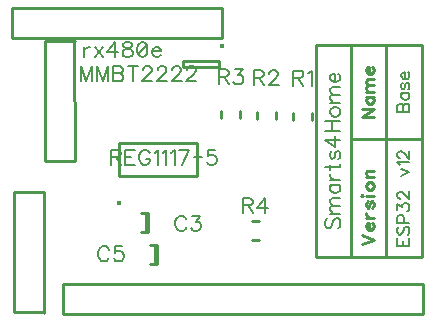
<source format=gbr>
G04 DipTrace 3.3.1.3*
G04 TopSilk.gbr*
%MOMM*%
G04 #@! TF.FileFunction,Legend,Top*
G04 #@! TF.Part,Single*
%ADD10C,0.25*%
%ADD22O,0.39127X0.39172*%
%ADD25O,0.39124X0.39194*%
%ADD52C,0.19608*%
%ADD53C,0.22222*%
%ADD54C,0.15686*%
%FSLAX35Y35*%
G04*
G71*
G90*
G75*
G01*
G04 TopSilk*
%LPD*%
X1186460Y853717D2*
D10*
Y693877D1*
X1205380Y853717D2*
Y693877D1*
Y853717D2*
X1145540D1*
X1205380Y693877D2*
X1145540D1*
X1265890Y582393D2*
Y422553D1*
X1284810Y582393D2*
Y422553D1*
Y582393D2*
X1224970D1*
X1284810Y422553D2*
X1224970D1*
D22*
X1829046Y2271684D3*
X1805676Y2144324D2*
D10*
X1505690D1*
Y2094323D1*
X1805676D1*
Y2144324D1*
X2131393Y1706733D2*
Y1646893D1*
X2291233Y1706733D2*
Y1646893D1*
X1824640Y1715060D2*
Y1655220D1*
X1984480Y1715060D2*
Y1655220D1*
X2085957Y623547D2*
X2145797D1*
X2085957Y783387D2*
X2145797D1*
D25*
X964007Y941453D3*
X961367Y1168147D2*
D10*
X1621335D1*
X961367Y1448146D2*
X1621335D1*
Y1168147D2*
Y1448146D1*
X961367Y1168147D2*
Y1448146D1*
X2597523Y1645183D2*
Y1705023D1*
X2437683Y1645183D2*
Y1705023D1*
X53030Y2586610D2*
Y2332610D1*
X1831030Y2586610D2*
X53030D1*
X1831030D2*
Y2332610D1*
X53030D1*
X3535723Y1583D2*
Y255583D1*
X487723Y1583D2*
X3535723D1*
X487723D2*
Y255583D1*
X679747D1*
X3535723D1*
X584493Y2310417D2*
X330493D1*
X584083Y1292013D2*
X582217Y2299977D1*
X330393Y1296053D2*
X330727Y2299977D1*
X584493Y1294767D2*
X330493D1*
X324807Y1031050D2*
X70807D1*
X324397Y12647D2*
X322530Y1020610D1*
X70707Y16687D2*
X71040Y1020610D1*
X324807Y15400D2*
X70807D1*
X2924317Y1480110D2*
X3224317D1*
Y480110D1*
X2924317D1*
Y1480110D1*
X3224317D2*
X3524317D1*
Y480110D1*
X3224317D1*
Y1480110D1*
X2924317Y2280110D2*
X3224317D1*
Y1480110D1*
X2924317D1*
Y2280110D1*
X3224317D2*
X3524317D1*
Y1480110D1*
X3224317D1*
Y2280110D1*
X2627333Y2280370D2*
X2927333D1*
Y480370D1*
X2627333D1*
Y2280370D1*
X1529517Y800874D2*
D52*
X1523481Y812947D1*
X1511267Y825160D1*
X1499194Y831197D1*
X1474907D1*
X1462694Y825160D1*
X1450621Y812947D1*
X1444444Y800874D1*
X1438407Y782624D1*
Y752160D1*
X1444444Y734050D1*
X1450621Y721837D1*
X1462694Y709764D1*
X1474907Y703587D1*
X1499194D1*
X1511267Y709764D1*
X1523481Y721837D1*
X1529517Y734050D1*
X1580946Y831056D2*
X1647629D1*
X1611269Y782483D1*
X1629519D1*
X1641592Y776447D1*
X1647629Y770410D1*
X1653806Y752160D1*
Y740087D1*
X1647629Y721837D1*
X1635556Y709624D1*
X1617306Y703587D1*
X1599056D1*
X1580946Y709624D1*
X1574910Y715800D1*
X1568733Y727874D1*
X877157Y543807D2*
X871121Y555880D1*
X858907Y568093D1*
X846834Y574130D1*
X822547D1*
X810334Y568093D1*
X798261Y555880D1*
X792084Y543807D1*
X786047Y525557D1*
Y495093D1*
X792084Y476984D1*
X798261Y464770D1*
X810334Y452697D1*
X822547Y446520D1*
X846834D1*
X858907Y452697D1*
X871121Y464770D1*
X877157Y476984D1*
X989232Y573990D2*
X928586D1*
X922550Y519380D1*
X928586Y525416D1*
X946836Y531593D1*
X964946D1*
X983196Y525416D1*
X995409Y513343D1*
X1001446Y495093D1*
Y483020D1*
X995409Y464770D1*
X983196Y452557D1*
X964946Y446520D1*
X946836D1*
X928586Y452557D1*
X922550Y458734D1*
X916373Y470807D1*
X733456Y1969495D2*
Y2097105D1*
X684883Y1969495D1*
X636310Y2097105D1*
Y1969495D1*
X869818D2*
Y2097105D1*
X821245Y1969495D1*
X772672Y2097105D1*
Y1969495D1*
X909033Y2097105D2*
Y1969495D1*
X963783D1*
X982033Y1975672D1*
X988070Y1981709D1*
X994107Y1993782D1*
Y2012032D1*
X988070Y2024245D1*
X982033Y2030282D1*
X963783Y2036318D1*
X982033Y2042495D1*
X988070Y2048532D1*
X994107Y2060605D1*
Y2072818D1*
X988070Y2084891D1*
X982033Y2091068D1*
X963783Y2097105D1*
X909033D1*
Y2036318D2*
X963783D1*
X1075859Y2097105D2*
Y1969495D1*
X1033322Y2097105D2*
X1118395D1*
X1163788Y2066641D2*
Y2072678D1*
X1169824Y2084891D1*
X1175861Y2090928D1*
X1188074Y2096965D1*
X1212361D1*
X1224434Y2090928D1*
X1230471Y2084891D1*
X1236648Y2072678D1*
Y2060605D1*
X1230471Y2048391D1*
X1218398Y2030282D1*
X1157611Y1969495D1*
X1242684D1*
X1288077Y2066641D2*
Y2072678D1*
X1294113Y2084891D1*
X1300150Y2090928D1*
X1312363Y2096965D1*
X1336650D1*
X1348723Y2090928D1*
X1354759Y2084891D1*
X1360936Y2072678D1*
Y2060605D1*
X1354759Y2048391D1*
X1342686Y2030282D1*
X1281900Y1969495D1*
X1366973D1*
X1412365Y2066641D2*
Y2072678D1*
X1418402Y2084891D1*
X1424439Y2090928D1*
X1436652Y2096965D1*
X1460939D1*
X1473012Y2090928D1*
X1479048Y2084891D1*
X1485225Y2072678D1*
Y2060605D1*
X1479048Y2048391D1*
X1466975Y2030282D1*
X1406189Y1969495D1*
X1491262D1*
X1536654Y2066641D2*
Y2072678D1*
X1542691Y2084891D1*
X1548727Y2090928D1*
X1560941Y2096965D1*
X1585227D1*
X1597300Y2090928D1*
X1603337Y2084891D1*
X1609514Y2072678D1*
Y2060605D1*
X1603337Y2048391D1*
X1591264Y2030282D1*
X1530477Y1969495D1*
X1615550D1*
X2102166Y2001593D2*
X2156775D1*
X2175025Y2007770D1*
X2181202Y2013807D1*
X2187239Y2025880D1*
Y2038093D1*
X2181202Y2050166D1*
X2175025Y2056343D1*
X2156775Y2062380D1*
X2102166D1*
Y1934770D1*
X2144702Y2001593D2*
X2187239Y1934770D1*
X2232631Y2031916D2*
Y2037953D1*
X2238668Y2050166D1*
X2244705Y2056203D1*
X2256918Y2062240D1*
X2281205D1*
X2293278Y2056203D1*
X2299314Y2050166D1*
X2305491Y2037953D1*
Y2025880D1*
X2299314Y2013666D1*
X2287241Y1995557D1*
X2226455Y1934770D1*
X2311528D1*
X1804916Y2009920D2*
X1859525D1*
X1877775Y2016097D1*
X1883952Y2022134D1*
X1889989Y2034207D1*
Y2046420D1*
X1883952Y2058493D1*
X1877775Y2064670D1*
X1859525Y2070707D1*
X1804916D1*
Y1943097D1*
X1847452Y2009920D2*
X1889989Y1943097D1*
X1941418Y2070566D2*
X2008101D1*
X1971741Y2021993D1*
X1989991D1*
X2002064Y2015957D1*
X2008101Y2009920D1*
X2014278Y1991670D1*
Y1979597D1*
X2008101Y1961347D1*
X1996028Y1949134D1*
X1977778Y1943097D1*
X1959528D1*
X1941418Y1949134D1*
X1935381Y1955310D1*
X1929205Y1967384D1*
X2008177Y918667D2*
X2062787D1*
X2081037Y924844D1*
X2087214Y930880D1*
X2093251Y942953D1*
Y955167D1*
X2087214Y967240D1*
X2081037Y973417D1*
X2062787Y979453D1*
X2008177D1*
Y851844D1*
X2050714Y918667D2*
X2093251Y851844D1*
X2193253D2*
Y979313D1*
X2132466Y894380D1*
X2223576D1*
X888587Y1328803D2*
X943196D1*
X961446Y1334980D1*
X967623Y1341017D1*
X973660Y1353090D1*
Y1365303D1*
X967623Y1377376D1*
X961446Y1383553D1*
X943196Y1389590D1*
X888587D1*
Y1261980D1*
X931123Y1328803D2*
X973660Y1261980D1*
X1091772Y1389590D2*
X1012876D1*
Y1261980D1*
X1091772D1*
X1012876Y1328803D2*
X1061449D1*
X1222097Y1359267D2*
X1216060Y1371340D1*
X1203847Y1383553D1*
X1191774Y1389590D1*
X1167487D1*
X1155274Y1383553D1*
X1143201Y1371340D1*
X1137024Y1359267D1*
X1130987Y1341017D1*
Y1310553D1*
X1137024Y1292444D1*
X1143201Y1280230D1*
X1155274Y1268157D1*
X1167487Y1261980D1*
X1191774D1*
X1203847Y1268157D1*
X1216060Y1280230D1*
X1222097Y1292444D1*
Y1310553D1*
X1191774D1*
X1261313Y1365163D2*
X1273526Y1371340D1*
X1291776Y1389450D1*
Y1261980D1*
X1330992Y1365163D2*
X1343205Y1371340D1*
X1361455Y1389450D1*
Y1261980D1*
X1400671Y1365163D2*
X1412884Y1371340D1*
X1431134Y1389450D1*
Y1261980D1*
X1494637D2*
X1555423Y1389450D1*
X1470350D1*
X1594639Y1325715D2*
X1664831D1*
X1776906Y1389450D2*
X1716260D1*
X1710224Y1334840D1*
X1716260Y1340876D1*
X1734510Y1347053D1*
X1752620D1*
X1770870Y1340876D1*
X1783083Y1328803D1*
X1789120Y1310553D1*
Y1298480D1*
X1783083Y1280230D1*
X1770870Y1268017D1*
X1752620Y1261980D1*
X1734510D1*
X1716260Y1268017D1*
X1710224Y1274194D1*
X1704047Y1286267D1*
X2435761Y1999883D2*
X2490370D1*
X2508620Y2006060D1*
X2514797Y2012097D1*
X2520834Y2024170D1*
Y2036383D1*
X2514797Y2048456D1*
X2508620Y2054633D1*
X2490370Y2060670D1*
X2435761D1*
Y1933060D1*
X2478297Y1999883D2*
X2520834Y1933060D1*
X2560049Y2036243D2*
X2572263Y2042420D1*
X2590513Y2060530D1*
Y1933060D1*
X667919Y2259447D2*
Y2174374D1*
Y2222947D2*
X674096Y2241197D1*
X686169Y2253410D1*
X698383Y2259447D1*
X716633D1*
X755848D2*
X822671Y2174374D1*
Y2259447D2*
X755848Y2174374D1*
X922674D2*
Y2301843D1*
X861887Y2216910D1*
X952997D1*
X1022535Y2301843D2*
X1004426Y2295806D1*
X998249Y2283733D1*
Y2271520D1*
X1004426Y2259447D1*
X1016499Y2253270D1*
X1040785Y2247233D1*
X1059035Y2241197D1*
X1071109Y2228983D1*
X1077145Y2216910D1*
Y2198660D1*
X1071109Y2186587D1*
X1065072Y2180410D1*
X1046822Y2174374D1*
X1022535D1*
X1004426Y2180410D1*
X998249Y2186587D1*
X992212Y2198660D1*
Y2216910D1*
X998249Y2228983D1*
X1010462Y2241197D1*
X1028572Y2247233D1*
X1052859Y2253270D1*
X1065072Y2259447D1*
X1071109Y2271520D1*
Y2283733D1*
X1065072Y2295806D1*
X1046822Y2301843D1*
X1022535D1*
X1152861D2*
X1134611Y2295806D1*
X1122397Y2277556D1*
X1116361Y2247233D1*
Y2228983D1*
X1122397Y2198660D1*
X1134611Y2180410D1*
X1152861Y2174374D1*
X1164934D1*
X1183184Y2180410D1*
X1195257Y2198660D1*
X1201434Y2228983D1*
Y2247233D1*
X1195257Y2277556D1*
X1183184Y2295806D1*
X1164934Y2301843D1*
X1152861D1*
X1195257Y2277556D2*
X1122397Y2198660D1*
X1240649Y2222947D2*
X1313509D1*
Y2235160D1*
X1307473Y2247374D1*
X1301436Y2253410D1*
X1289223Y2259447D1*
X1270973D1*
X1258899Y2253410D1*
X1246686Y2241197D1*
X1240649Y2222947D1*
Y2210874D1*
X1246686Y2192624D1*
X1258899Y2180551D1*
X1270973Y2174374D1*
X1289223D1*
X1301436Y2180551D1*
X1313509Y2192624D1*
X3017152Y591221D2*
D53*
X3119240Y630080D1*
X3017152Y668938D1*
X3080381Y713383D2*
Y771670D1*
X3070611D1*
X3060840Y766841D1*
X3056011Y762012D1*
X3051181Y752241D1*
Y737641D1*
X3056011Y727983D1*
X3065781Y718212D1*
X3080381Y713383D1*
X3090040D1*
X3104640Y718212D1*
X3114298Y727983D1*
X3119240Y737641D1*
Y752241D1*
X3114298Y762012D1*
X3104640Y771670D1*
X3051181Y816115D2*
X3119240D1*
X3080381D2*
X3065781Y821056D1*
X3056011Y830715D1*
X3051181Y840485D1*
Y855085D1*
X3065781Y952988D2*
X3056011Y948159D1*
X3051181Y933559D1*
Y918959D1*
X3056011Y904359D1*
X3065781Y899530D1*
X3075440Y904359D1*
X3080381Y914130D1*
X3085211Y938388D1*
X3090040Y948159D1*
X3099811Y952988D1*
X3104640D1*
X3114298Y948159D1*
X3119240Y933559D1*
Y918959D1*
X3114298Y904359D1*
X3104640Y899530D1*
X3017152Y997433D2*
X3021981Y1002262D1*
X3017152Y1007204D1*
X3012211Y1002262D1*
X3017152Y997433D1*
X3051181Y1002262D2*
X3119240D1*
X3051181Y1075906D2*
X3056011Y1066248D1*
X3065781Y1056477D1*
X3080381Y1051648D1*
X3090040D1*
X3104640Y1056477D1*
X3114298Y1066248D1*
X3119240Y1075906D1*
Y1090506D1*
X3114298Y1100277D1*
X3104640Y1109936D1*
X3090040Y1114877D1*
X3080381D1*
X3065781Y1109936D1*
X3056011Y1100277D1*
X3051181Y1090506D1*
Y1075906D1*
Y1159322D2*
X3119240D1*
X3070611D2*
X3056011Y1173922D1*
X3051181Y1183692D1*
Y1198180D1*
X3056011Y1207951D1*
X3070611Y1212780D1*
X3119240D1*
X3317152Y641011D2*
D54*
Y577894D1*
X3419240D1*
Y641011D1*
X3365781Y577894D2*
Y616752D1*
X3331752Y740442D2*
X3321981Y730783D1*
X3317152Y716183D1*
Y696754D1*
X3321981Y682154D1*
X3331752Y672383D1*
X3341411D1*
X3351181Y677325D1*
X3356011Y682154D1*
X3360840Y691812D1*
X3370611Y721012D1*
X3375440Y730783D1*
X3380381Y735612D1*
X3390040Y740442D1*
X3404640D1*
X3414298Y730783D1*
X3419240Y716183D1*
Y696754D1*
X3414298Y682154D1*
X3404640Y672383D1*
X3370611Y771814D2*
Y815614D1*
X3365781Y830102D1*
X3360840Y835043D1*
X3351181Y839873D1*
X3336581D1*
X3326923Y835043D1*
X3321981Y830102D1*
X3317152Y815614D1*
Y771814D1*
X3419240D1*
X3317264Y881016D2*
Y934362D1*
X3356123Y905274D1*
Y919874D1*
X3360952Y929533D1*
X3365781Y934362D1*
X3380381Y939304D1*
X3390040D1*
X3404640Y934362D1*
X3414411Y924704D1*
X3419240Y910104D1*
Y895504D1*
X3414411Y881016D1*
X3409469Y876187D1*
X3399811Y871245D1*
X3341523Y975618D2*
X3336694D1*
X3326923Y980447D1*
X3322094Y985276D1*
X3317264Y995047D1*
Y1014476D1*
X3322094Y1024135D1*
X3326923Y1028964D1*
X3336694Y1033905D1*
X3346352D1*
X3356123Y1028964D1*
X3370611Y1019305D1*
X3419240Y970676D1*
Y1038735D1*
X3351181Y1168864D2*
X3419240Y1198064D1*
X3351181Y1227152D1*
X3336694Y1258525D2*
X3331752Y1268295D1*
X3317264Y1282895D1*
X3419240D1*
X3341523Y1319209D2*
X3336694D1*
X3326923Y1324039D1*
X3322094Y1328868D1*
X3317264Y1338639D1*
Y1358068D1*
X3322094Y1367726D1*
X3326923Y1372556D1*
X3336694Y1377497D1*
X3346352D1*
X3356123Y1372556D1*
X3370611Y1362897D1*
X3419240Y1314268D1*
Y1382326D1*
X3017152Y1735671D2*
D53*
X3119240Y1735670D1*
X3017152Y1667612D1*
X3119240D1*
X3051181Y1838402D2*
X3119240D1*
X3065781D2*
X3056011Y1828744D1*
X3051181Y1818973D1*
Y1804486D1*
X3056011Y1794715D1*
X3065781Y1785056D1*
X3080381Y1780115D1*
X3090040D1*
X3104640Y1785056D1*
X3114298Y1794715D1*
X3119240Y1804485D1*
Y1818973D1*
X3114298Y1828744D1*
X3104640Y1838402D1*
X3051181Y1882847D2*
X3119240D1*
X3070611D2*
X3056011Y1897447D1*
X3051181Y1907218D1*
Y1921705D1*
X3056011Y1931476D1*
X3070611Y1936305D1*
X3119240D1*
X3070611D2*
X3056011Y1950905D1*
X3051181Y1960676D1*
Y1975164D1*
X3056011Y1984935D1*
X3070611Y1989876D1*
X3119240D1*
X3080381Y2034321D2*
Y2092608D1*
X3070611D1*
X3060840Y2087779D1*
X3056011Y2082950D1*
X3051181Y2073179D1*
Y2058579D1*
X3056011Y2048921D1*
X3065781Y2039150D1*
X3080381Y2034321D1*
X3090040D1*
X3104640Y2039150D1*
X3114298Y2048921D1*
X3119240Y2058579D1*
Y2073179D1*
X3114298Y2082950D1*
X3104640Y2092608D1*
X3317152Y1714005D2*
D54*
X3419240D1*
Y1757805D1*
X3414298Y1772405D1*
X3409469Y1777234D1*
X3399811Y1782064D1*
X3385211D1*
X3375440Y1777234D1*
X3370611Y1772405D1*
X3365781Y1757805D1*
X3360840Y1772405D1*
X3356011Y1777234D1*
X3346352Y1782064D1*
X3336581D1*
X3326923Y1777235D1*
X3321981Y1772405D1*
X3317152Y1757805D1*
Y1714005D1*
X3365781D2*
Y1757805D1*
X3351181Y1871724D2*
X3419240D1*
X3365781D2*
X3356011Y1862065D1*
X3351181Y1852295D1*
Y1837807D1*
X3356011Y1828036D1*
X3365781Y1818378D1*
X3380381Y1813436D1*
X3390040D1*
X3404640Y1818378D1*
X3414298Y1828036D1*
X3419240Y1837807D1*
Y1852295D1*
X3414298Y1862065D1*
X3404640Y1871724D1*
X3365781Y1956555D2*
X3356011Y1951726D1*
X3351181Y1937126D1*
Y1922526D1*
X3356011Y1907926D1*
X3365781Y1903096D1*
X3375440Y1907926D1*
X3380381Y1917696D1*
X3385211Y1941955D1*
X3390040Y1951726D1*
X3399811Y1956555D1*
X3404640D1*
X3414298Y1951726D1*
X3419240Y1937126D1*
Y1922526D1*
X3414298Y1907926D1*
X3404640Y1903096D1*
X3380381Y1987927D2*
Y2046215D1*
X3370611D1*
X3360840Y2041386D1*
X3356011Y2036557D1*
X3351181Y2026786D1*
Y2012186D1*
X3356011Y2002527D1*
X3365781Y1992757D1*
X3380381Y1987927D1*
X3390040D1*
X3404640Y1992757D1*
X3414298Y2002527D1*
X3419240Y2012186D1*
Y2026786D1*
X3414298Y2036557D1*
X3404640Y2046215D1*
X2724128Y810518D2*
D52*
X2711914Y798445D1*
X2705878Y780195D1*
Y755908D1*
X2711914Y737658D1*
X2724128Y725445D1*
X2736201D1*
X2748414Y731622D1*
X2754451Y737658D1*
X2760487Y749731D1*
X2772701Y786231D1*
X2778737Y798445D1*
X2784914Y804481D1*
X2796987Y810518D1*
X2815237D1*
X2827310Y798445D1*
X2833487Y780195D1*
Y755908D1*
X2827310Y737658D1*
X2815237Y725445D1*
X2748414Y849733D2*
X2833487D1*
X2772701D2*
X2754451Y867983D1*
X2748414Y880197D1*
Y898306D1*
X2754451Y910520D1*
X2772701Y916556D1*
X2833487D1*
X2772701D2*
X2754451Y934806D1*
X2748414Y947020D1*
Y965129D1*
X2754451Y977343D1*
X2772701Y983520D1*
X2833487D1*
X2748414Y1095595D2*
X2833487D1*
X2766664D2*
X2754451Y1083522D1*
X2748414Y1071309D1*
Y1053199D1*
X2754451Y1040985D1*
X2766664Y1028912D1*
X2784914Y1022735D1*
X2796987D1*
X2815237Y1028912D1*
X2827310Y1040985D1*
X2833487Y1053199D1*
Y1071309D1*
X2827310Y1083522D1*
X2815237Y1095595D1*
X2748414Y1134811D2*
X2833487D1*
X2784914D2*
X2766664Y1140988D1*
X2754451Y1153061D1*
X2748414Y1165274D1*
Y1183524D1*
X2705878Y1240990D2*
X2809201D1*
X2827310Y1247026D1*
X2833487Y1259240D1*
Y1271313D1*
X2748414Y1222740D2*
Y1265276D1*
X2766664Y1377352D2*
X2754451Y1371315D1*
X2748414Y1353065D1*
Y1334815D1*
X2754451Y1316565D1*
X2766664Y1310529D1*
X2778737Y1316565D1*
X2784914Y1328779D1*
X2790951Y1359102D1*
X2796987Y1371315D1*
X2809201Y1377352D1*
X2815237D1*
X2827310Y1371315D1*
X2833487Y1353065D1*
Y1334815D1*
X2827310Y1316565D1*
X2815237Y1310529D1*
X2833487Y1477354D2*
X2706018D1*
X2790951Y1416567D1*
Y1507677D1*
X2705878Y1546893D2*
X2833487D1*
X2705878Y1631966D2*
X2833487D1*
X2766664Y1546893D2*
Y1631966D1*
X2748414Y1701505D2*
X2754451Y1689431D1*
X2766664Y1677218D1*
X2784914Y1671181D1*
X2796987D1*
X2815237Y1677218D1*
X2827310Y1689431D1*
X2833487Y1701505D1*
Y1719755D1*
X2827310Y1731968D1*
X2815237Y1744041D1*
X2796987Y1750218D1*
X2784914D1*
X2766664Y1744041D1*
X2754451Y1731968D1*
X2748414Y1719755D1*
Y1701505D1*
Y1789434D2*
X2833487D1*
X2772701D2*
X2754451Y1807684D1*
X2748414Y1819897D1*
Y1838007D1*
X2754451Y1850220D1*
X2772701Y1856257D1*
X2833487D1*
X2772701D2*
X2754451Y1874507D1*
X2748414Y1886720D1*
Y1904830D1*
X2754451Y1917043D1*
X2772701Y1923220D1*
X2833487D1*
X2784914Y1962436D2*
Y2035296D1*
X2772701D1*
X2760487Y2029259D1*
X2754451Y2023222D1*
X2748414Y2011009D1*
Y1992759D1*
X2754451Y1980686D1*
X2766664Y1968472D1*
X2784914Y1962436D1*
X2796987D1*
X2815237Y1968472D1*
X2827310Y1980686D1*
X2833487Y1992759D1*
Y2011009D1*
X2827310Y2023222D1*
X2815237Y2035296D1*
M02*

</source>
